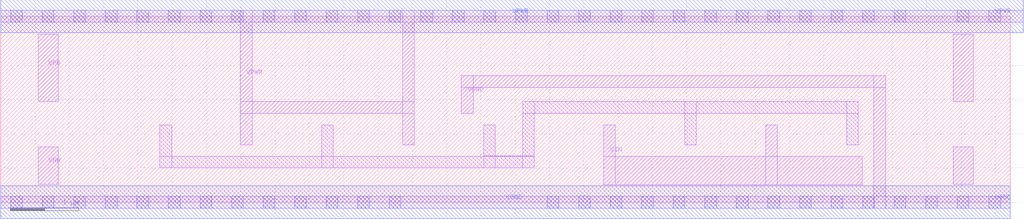
<source format=lef>
MACRO HEADER
  CLASS CORE ;
  ORIGIN 0 0 ;
  FOREIGN HEADER 0 0 ;
  SIZE 14.72 BY 2.72 ;
  SYMMETRY X Y ;
  SITE unithd ;
  PIN VIN
    DIRECTION INPUT ;
    USE SIGNAL ;
    PORT
      LAYER li1 ;
        RECT 8.79 0.255 12.56 0.67 ;
        RECT 11.15 0.255 11.32 1.13 ;
        RECT 8.79 0.255 8.96 1.13 ;
    END
  END VIN
  PIN VNB
    DIRECTION INOUT ;
    USE GROUND ;
    PORT
      LAYER li1 ;
        RECT 13.885 0.265 14.175 0.81 ;
        RECT 0.545 0.265 0.835 0.81 ;
    END
  END VNB
  PIN VPB
    DIRECTION INOUT ;
    USE POWER ;
    PORT
      LAYER li1 ;
        RECT 13.885 1.47 14.175 2.455 ;
        RECT 0.545 1.47 0.835 2.455 ;
    END
  END VPB
  PIN VPWR
    DIRECTION INOUT ;
    USE POWER ;
    PORT
      LAYER met1 ;
        RECT 0 2.48 14.91 2.96 ;
      LAYER li1 ;
        RECT 0 2.635 14.91 2.805 ;
        RECT 5.86 0.84 6.03 2.805 ;
        RECT 3.495 1.3 6.03 1.47 ;
        RECT 3.495 0.84 3.665 2.805 ;
      LAYER mcon ;
        RECT 0.145 2.635 0.315 2.805 ;
        RECT 0.605 2.635 0.775 2.805 ;
        RECT 1.065 2.635 1.235 2.805 ;
        RECT 1.525 2.635 1.695 2.805 ;
        RECT 1.985 2.635 2.155 2.805 ;
        RECT 2.445 2.635 2.615 2.805 ;
        RECT 2.905 2.635 3.075 2.805 ;
        RECT 3.365 2.635 3.535 2.805 ;
        RECT 3.825 2.635 3.995 2.805 ;
        RECT 4.285 2.635 4.455 2.805 ;
        RECT 4.745 2.635 4.915 2.805 ;
        RECT 5.205 2.635 5.375 2.805 ;
        RECT 5.665 2.635 5.835 2.805 ;
        RECT 6.125 2.635 6.295 2.805 ;
        RECT 6.585 2.635 6.755 2.805 ;
        RECT 7.045 2.635 7.215 2.805 ;
        RECT 7.505 2.635 7.675 2.805 ;
        RECT 7.965 2.635 8.135 2.805 ;
        RECT 8.425 2.635 8.595 2.805 ;
        RECT 8.885 2.635 9.055 2.805 ;
        RECT 9.345 2.635 9.515 2.805 ;
        RECT 9.805 2.635 9.975 2.805 ;
        RECT 10.265 2.635 10.435 2.805 ;
        RECT 10.725 2.635 10.895 2.805 ;
        RECT 11.185 2.635 11.355 2.805 ;
        RECT 11.645 2.635 11.815 2.805 ;
        RECT 12.105 2.635 12.275 2.805 ;
        RECT 12.565 2.635 12.735 2.805 ;
        RECT 13.025 2.635 13.195 2.805 ;
        RECT 13.945 2.635 14.115 2.805 ;
        RECT 14.405 2.635 14.575 2.805 ;
    END
  END VPWR
  PIN VGND
    DIRECTION INOUT ;
    USE GROUND ;
    PORT
      LAYER met1 ;
        RECT 0 -0.24 14.72 0.24 ;
      LAYER li1 ;
        RECT 0 -0.085 14.72 0.085 ;
        RECT 6.715 1.68 12.9 1.85 ;
        RECT 12.73 -0.085 12.9 1.85 ;
        RECT 6.715 1.3 6.885 1.85 ;
      LAYER mcon ;
        RECT 0.145 -0.085 0.315 0.085 ;
        RECT 0.605 -0.085 0.775 0.085 ;
        RECT 1.065 -0.085 1.235 0.085 ;
        RECT 1.525 -0.085 1.695 0.085 ;
        RECT 1.985 -0.085 2.155 0.085 ;
        RECT 2.445 -0.085 2.615 0.085 ;
        RECT 2.905 -0.085 3.075 0.085 ;
        RECT 3.365 -0.085 3.535 0.085 ;
        RECT 3.825 -0.085 3.995 0.085 ;
        RECT 4.285 -0.085 4.455 0.085 ;
        RECT 4.745 -0.085 4.915 0.085 ;
        RECT 5.205 -0.085 5.375 0.085 ;
        RECT 5.665 -0.085 5.835 0.085 ;
        RECT 7.965 -0.085 8.135 0.085 ;
        RECT 8.425 -0.085 8.595 0.085 ;
        RECT 8.885 -0.085 9.055 0.085 ;
        RECT 9.345 -0.085 9.515 0.085 ;
        RECT 9.805 -0.085 9.975 0.085 ;
        RECT 10.265 -0.085 10.435 0.085 ;
        RECT 10.725 -0.085 10.895 0.085 ;
        RECT 11.185 -0.085 11.355 0.085 ;
        RECT 11.645 -0.085 11.815 0.085 ;
        RECT 12.105 -0.085 12.275 0.085 ;
        RECT 12.565 -0.085 12.735 0.085 ;
        RECT 13.025 -0.085 13.195 0.085 ;
        RECT 13.485 -0.085 13.655 0.085 ;
        RECT 13.945 -0.085 14.115 0.085 ;
        RECT 14.405 -0.085 14.575 0.085 ;
    END
  END VGND
  OBS
    LAYER li1 ;
      RECT 7.61 1.3 12.5 1.47 ;
      RECT 12.33 0.84 12.5 1.47 ;
      RECT 9.97 0.84 10.14 1.47 ;
      RECT 7.61 0.5 7.78 1.47 ;
      RECT 7.04 0.5 7.21 1.13 ;
      RECT 4.68 0.5 4.85 1.13 ;
      RECT 2.32 0.5 2.49 1.13 ;
      RECT 7.04 0.5 7.78 0.675 ;
      RECT 2.32 0.5 7.78 0.67 ;
  END
END HEADER

END LIBRARY

</source>
